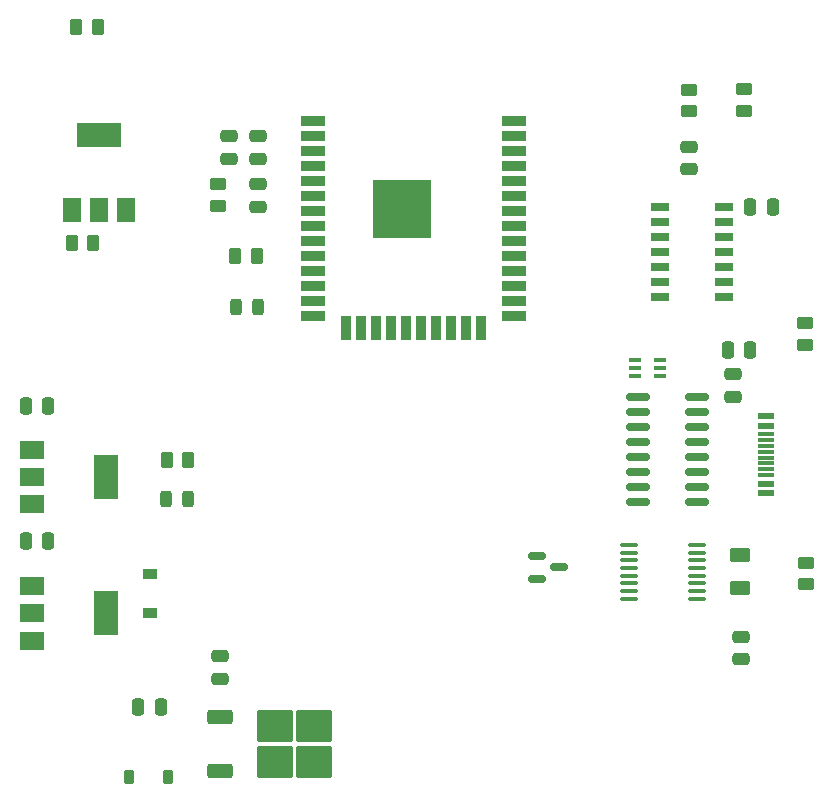
<source format=gbr>
G04 #@! TF.GenerationSoftware,KiCad,Pcbnew,7.0.11-7.0.11~ubuntu22.04.1*
G04 #@! TF.CreationDate,2024-10-06T14:21:28+01:00*
G04 #@! TF.ProjectId,jubileev2,6a756269-6c65-4657-9632-2e6b69636164,rev?*
G04 #@! TF.SameCoordinates,Original*
G04 #@! TF.FileFunction,Paste,Top*
G04 #@! TF.FilePolarity,Positive*
%FSLAX46Y46*%
G04 Gerber Fmt 4.6, Leading zero omitted, Abs format (unit mm)*
G04 Created by KiCad (PCBNEW 7.0.11-7.0.11~ubuntu22.04.1) date 2024-10-06 14:21:28*
%MOMM*%
%LPD*%
G01*
G04 APERTURE LIST*
G04 Aperture macros list*
%AMRoundRect*
0 Rectangle with rounded corners*
0 $1 Rounding radius*
0 $2 $3 $4 $5 $6 $7 $8 $9 X,Y pos of 4 corners*
0 Add a 4 corners polygon primitive as box body*
4,1,4,$2,$3,$4,$5,$6,$7,$8,$9,$2,$3,0*
0 Add four circle primitives for the rounded corners*
1,1,$1+$1,$2,$3*
1,1,$1+$1,$4,$5*
1,1,$1+$1,$6,$7*
1,1,$1+$1,$8,$9*
0 Add four rect primitives between the rounded corners*
20,1,$1+$1,$2,$3,$4,$5,0*
20,1,$1+$1,$4,$5,$6,$7,0*
20,1,$1+$1,$6,$7,$8,$9,0*
20,1,$1+$1,$8,$9,$2,$3,0*%
G04 Aperture macros list end*
%ADD10RoundRect,0.250000X0.250000X0.475000X-0.250000X0.475000X-0.250000X-0.475000X0.250000X-0.475000X0*%
%ADD11RoundRect,0.250000X-0.475000X0.250000X-0.475000X-0.250000X0.475000X-0.250000X0.475000X0.250000X0*%
%ADD12RoundRect,0.243750X0.243750X0.456250X-0.243750X0.456250X-0.243750X-0.456250X0.243750X-0.456250X0*%
%ADD13RoundRect,0.250000X-0.625000X0.375000X-0.625000X-0.375000X0.625000X-0.375000X0.625000X0.375000X0*%
%ADD14R,1.500000X2.000000*%
%ADD15R,3.800000X2.000000*%
%ADD16RoundRect,0.249998X-0.262502X-0.450002X0.262502X-0.450002X0.262502X0.450002X-0.262502X0.450002X0*%
%ADD17RoundRect,0.249998X0.450002X-0.262502X0.450002X0.262502X-0.450002X0.262502X-0.450002X-0.262502X0*%
%ADD18R,2.000000X1.500000*%
%ADD19R,2.000000X3.800000*%
%ADD20R,1.200000X0.900000*%
%ADD21R,1.550000X0.700000*%
%ADD22R,2.000000X0.900000*%
%ADD23R,0.900000X2.000000*%
%ADD24R,5.000000X5.000000*%
%ADD25RoundRect,0.250000X0.475000X-0.250000X0.475000X0.250000X-0.475000X0.250000X-0.475000X-0.250000X0*%
%ADD26R,1.050000X0.450000*%
%ADD27RoundRect,0.249998X-0.450002X0.262502X-0.450002X-0.262502X0.450002X-0.262502X0.450002X0.262502X0*%
%ADD28R,1.450000X0.600000*%
%ADD29R,1.450000X0.300000*%
%ADD30RoundRect,0.150000X-0.825000X-0.150000X0.825000X-0.150000X0.825000X0.150000X-0.825000X0.150000X0*%
%ADD31RoundRect,0.150000X-0.587500X-0.150000X0.587500X-0.150000X0.587500X0.150000X-0.587500X0.150000X0*%
%ADD32RoundRect,0.250000X-0.850000X-0.350000X0.850000X-0.350000X0.850000X0.350000X-0.850000X0.350000X0*%
%ADD33RoundRect,0.250000X-1.275000X-1.125000X1.275000X-1.125000X1.275000X1.125000X-1.275000X1.125000X0*%
%ADD34RoundRect,0.225000X-0.225000X-0.375000X0.225000X-0.375000X0.225000X0.375000X-0.225000X0.375000X0*%
%ADD35RoundRect,0.100000X-0.637500X-0.100000X0.637500X-0.100000X0.637500X0.100000X-0.637500X0.100000X0*%
G04 APERTURE END LIST*
D10*
G04 #@! TO.C,C1*
X47879000Y-101981000D03*
X45979000Y-101981000D03*
G04 #@! TD*
G04 #@! TO.C,C2*
X57390305Y-115994183D03*
X55490305Y-115994183D03*
G04 #@! TD*
G04 #@! TO.C,C3*
X47879000Y-90551000D03*
X45979000Y-90551000D03*
G04 #@! TD*
D11*
G04 #@! TO.C,C5*
X65659000Y-67691000D03*
X65659000Y-69591000D03*
G04 #@! TD*
G04 #@! TO.C,C12*
X102108000Y-68580000D03*
X102108000Y-70480000D03*
G04 #@! TD*
D12*
G04 #@! TO.C,D1*
X59690000Y-98425000D03*
X57815000Y-98425000D03*
G04 #@! TD*
G04 #@! TO.C,D4*
X65629000Y-82169000D03*
X63754000Y-82169000D03*
G04 #@! TD*
D13*
G04 #@! TO.C,F1*
X106461285Y-103128799D03*
X106461285Y-105928799D03*
G04 #@! TD*
D14*
G04 #@! TO.C,Q3*
X49897000Y-73914000D03*
X52197000Y-73914000D03*
D15*
X52197000Y-67614000D03*
D14*
X54497000Y-73914000D03*
G04 #@! TD*
D16*
G04 #@! TO.C,R1*
X57912000Y-95123000D03*
X59737000Y-95123000D03*
G04 #@! TD*
D17*
G04 #@! TO.C,R8*
X106807000Y-65532000D03*
X106807000Y-63707000D03*
G04 #@! TD*
G04 #@! TO.C,R9*
X102108000Y-65579000D03*
X102108000Y-63754000D03*
G04 #@! TD*
D16*
G04 #@! TO.C,R10*
X49864000Y-76708000D03*
X51689000Y-76708000D03*
G04 #@! TD*
G04 #@! TO.C,R11*
X50245000Y-58420000D03*
X52070000Y-58420000D03*
G04 #@! TD*
G04 #@! TO.C,R12*
X63707000Y-77851000D03*
X65532000Y-77851000D03*
G04 #@! TD*
D18*
G04 #@! TO.C,U1*
X46482000Y-94206000D03*
X46482000Y-96506000D03*
D19*
X52782000Y-96506000D03*
D18*
X46482000Y-98806000D03*
G04 #@! TD*
G04 #@! TO.C,U2*
X46482000Y-105777000D03*
X46482000Y-108077000D03*
D19*
X52782000Y-108077000D03*
D18*
X46482000Y-110377000D03*
G04 #@! TD*
D20*
G04 #@! TO.C,D5*
X56515000Y-104777000D03*
X56515000Y-108077000D03*
G04 #@! TD*
D11*
G04 #@! TO.C,C8*
X65659000Y-71755000D03*
X65659000Y-73655000D03*
G04 #@! TD*
D17*
G04 #@! TO.C,R2*
X62230000Y-73580000D03*
X62230000Y-71755000D03*
G04 #@! TD*
D21*
G04 #@! TO.C,IC2*
X99637000Y-73660000D03*
X99637000Y-74930000D03*
X99637000Y-76200000D03*
X99637000Y-77470000D03*
X99637000Y-78740000D03*
X99637000Y-80010000D03*
X99637000Y-81280000D03*
X105087000Y-81280000D03*
X105087000Y-80010000D03*
X105087000Y-78740000D03*
X105087000Y-77470000D03*
X105087000Y-76200000D03*
X105087000Y-74930000D03*
X105087000Y-73660000D03*
G04 #@! TD*
D22*
G04 #@! TO.C,ANT1*
X70336000Y-66372000D03*
X70336000Y-67642000D03*
X70336000Y-68912000D03*
X70336000Y-70182000D03*
X70336000Y-71452000D03*
X70336000Y-72722000D03*
X70336000Y-73992000D03*
X70336000Y-75262000D03*
X70336000Y-76532000D03*
X70336000Y-77802000D03*
X70336000Y-79072000D03*
X70336000Y-80342000D03*
X70336000Y-81612000D03*
X70336000Y-82882000D03*
D23*
X73121000Y-83882000D03*
X74391000Y-83882000D03*
X75661000Y-83882000D03*
X76931000Y-83882000D03*
X78201000Y-83882000D03*
X79471000Y-83882000D03*
X80741000Y-83882000D03*
X82011000Y-83882000D03*
X83281000Y-83882000D03*
X84551000Y-83882000D03*
D22*
X87336000Y-82882000D03*
X87336000Y-81612000D03*
X87336000Y-80342000D03*
X87336000Y-79072000D03*
X87336000Y-77802000D03*
X87336000Y-76532000D03*
X87336000Y-75262000D03*
X87336000Y-73992000D03*
X87336000Y-72722000D03*
X87336000Y-71452000D03*
X87336000Y-70182000D03*
X87336000Y-68912000D03*
X87336000Y-67642000D03*
X87336000Y-66372000D03*
D24*
X77836000Y-73872000D03*
G04 #@! TD*
D10*
G04 #@! TO.C,C6*
X109215000Y-73660000D03*
X107315000Y-73660000D03*
G04 #@! TD*
D25*
G04 #@! TO.C,C4*
X63168000Y-69603000D03*
X63168000Y-67703000D03*
G04 #@! TD*
D11*
G04 #@! TO.C,C10*
X105868000Y-87853000D03*
X105868000Y-89753000D03*
G04 #@! TD*
D26*
G04 #@! TO.C,Q1*
X97568000Y-86653000D03*
X97568000Y-87303000D03*
X97568000Y-87953000D03*
X99668000Y-87953000D03*
X99668000Y-87303000D03*
X99668000Y-86653000D03*
G04 #@! TD*
D17*
G04 #@! TO.C,R3*
X112055316Y-105607719D03*
X112055316Y-103782719D03*
G04 #@! TD*
D27*
G04 #@! TO.C,R4*
X111951926Y-83498855D03*
X111951926Y-85323855D03*
G04 #@! TD*
D28*
G04 #@! TO.C,USB1*
X108653000Y-97858000D03*
X108653000Y-97083000D03*
D29*
X108653000Y-96383000D03*
X108653000Y-95883000D03*
X108653000Y-95383000D03*
X108653000Y-94883000D03*
X108653000Y-94383000D03*
X108653000Y-93883000D03*
X108653000Y-93383000D03*
X108653000Y-92883000D03*
D28*
X108653000Y-92183000D03*
X108653000Y-91408000D03*
G04 #@! TD*
D10*
G04 #@! TO.C,C11*
X107318000Y-85753000D03*
X105418000Y-85753000D03*
G04 #@! TD*
D30*
G04 #@! TO.C,U3*
X97843000Y-89758000D03*
X97843000Y-91028000D03*
X97843000Y-92298000D03*
X97843000Y-93568000D03*
X97843000Y-94838000D03*
X97843000Y-96108000D03*
X97843000Y-97378000D03*
X97843000Y-98648000D03*
X102793000Y-98648000D03*
X102793000Y-97378000D03*
X102793000Y-96108000D03*
X102793000Y-94838000D03*
X102793000Y-93568000D03*
X102793000Y-92298000D03*
X102793000Y-91028000D03*
X102793000Y-89758000D03*
G04 #@! TD*
D31*
G04 #@! TO.C,Q2*
X89254091Y-103242522D03*
X89254091Y-105142522D03*
X91129091Y-104192522D03*
G04 #@! TD*
D32*
G04 #@! TO.C,U5*
X62447136Y-116854381D03*
D33*
X67072136Y-117609381D03*
X67072136Y-120659381D03*
X70422136Y-117609381D03*
X70422136Y-120659381D03*
D32*
X62447136Y-121414381D03*
G04 #@! TD*
D25*
G04 #@! TO.C,C13*
X62452882Y-113593837D03*
X62452882Y-111693837D03*
G04 #@! TD*
D34*
G04 #@! TO.C,D6*
X54747271Y-121913330D03*
X58047271Y-121913330D03*
G04 #@! TD*
D11*
G04 #@! TO.C,C7*
X106494434Y-110076071D03*
X106494434Y-111976071D03*
G04 #@! TD*
D35*
G04 #@! TO.C,U4*
X97090399Y-102290797D03*
X97090399Y-102940797D03*
X97090399Y-103590797D03*
X97090399Y-104240797D03*
X97090399Y-104890797D03*
X97090399Y-105540797D03*
X97090399Y-106190797D03*
X97090399Y-106840797D03*
X102815399Y-106840797D03*
X102815399Y-106190797D03*
X102815399Y-105540797D03*
X102815399Y-104890797D03*
X102815399Y-104240797D03*
X102815399Y-103590797D03*
X102815399Y-102940797D03*
X102815399Y-102290797D03*
G04 #@! TD*
M02*

</source>
